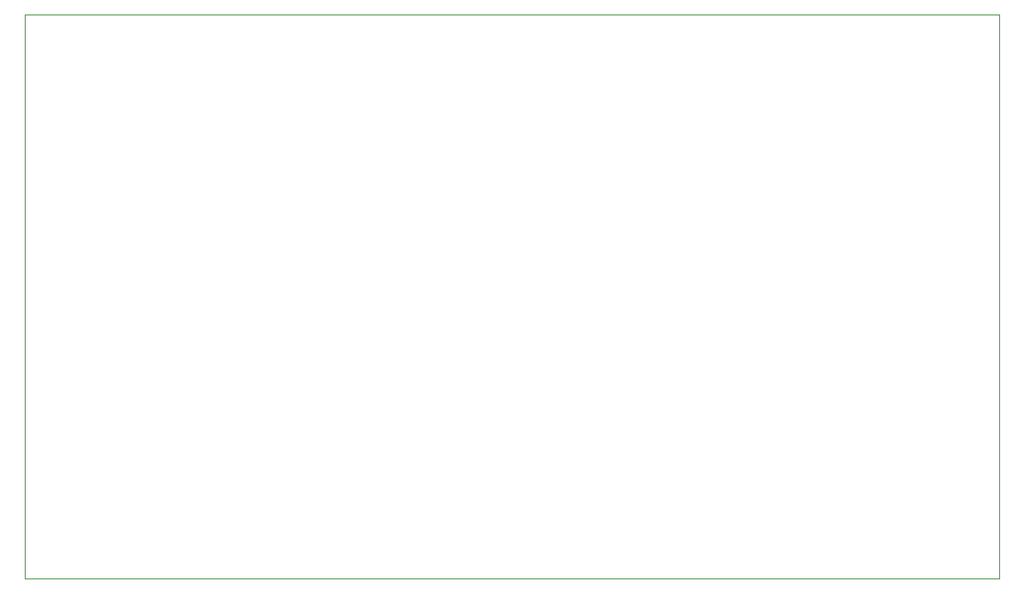
<source format=gbr>
%TF.GenerationSoftware,KiCad,Pcbnew,(6.0.10)*%
%TF.CreationDate,2023-02-17T15:36:48-08:00*%
%TF.ProjectId,Exercise 2,45786572-6369-4736-9520-322e6b696361,rev?*%
%TF.SameCoordinates,Original*%
%TF.FileFunction,Profile,NP*%
%FSLAX46Y46*%
G04 Gerber Fmt 4.6, Leading zero omitted, Abs format (unit mm)*
G04 Created by KiCad (PCBNEW (6.0.10)) date 2023-02-17 15:36:48*
%MOMM*%
%LPD*%
G01*
G04 APERTURE LIST*
%TA.AperFunction,Profile*%
%ADD10C,0.100000*%
%TD*%
G04 APERTURE END LIST*
D10*
X101600000Y-40640000D02*
X198120000Y-40640000D01*
X198120000Y-40640000D02*
X198120000Y-96520000D01*
X198120000Y-96520000D02*
X101600000Y-96520000D01*
X101600000Y-96520000D02*
X101600000Y-40640000D01*
M02*

</source>
